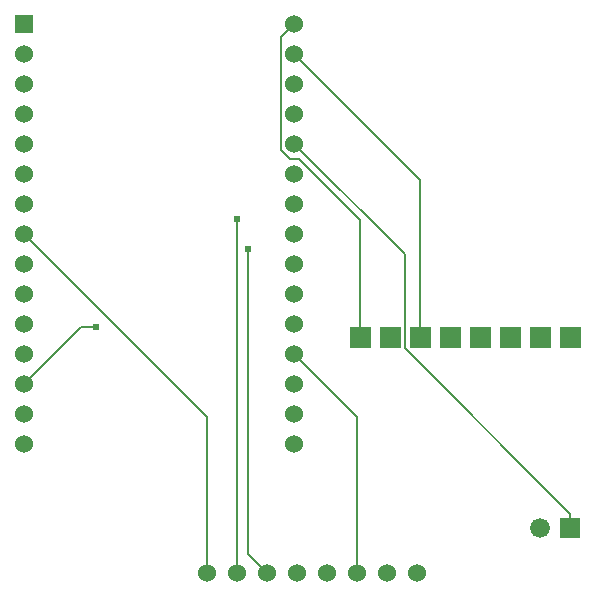
<source format=gtl>
G04 Layer: TopLayer*
G04 EasyEDA v6.1.52, Mon, 08 Jul 2019 10:21:38 GMT*
G04 5413f9b5b7f849b2b35cf240694ed7f1,988ceec4d1f441188f864a740997233d,10*
G04 Gerber Generator version 0.2*
G04 Scale: 100 percent, Rotated: No, Reflected: No *
G04 Dimensions in millimeters *
G04 leading zeros omitted , absolute positions ,3 integer and 3 decimal *
%FSLAX33Y33*%
%MOMM*%
G90*
G71D02*

%ADD11C,0.203200*%
%ADD12C,0.609999*%
%ADD15C,1.524000*%
%ADD16R,1.676400X1.676400*%
%ADD17C,1.676400*%

%LPD*%
G54D11*
G01X26670Y58928D02*
G01X37338Y48260D01*
G01X37338Y34950D01*
G01X19304Y14986D02*
G01X19304Y28194D01*
G01X3810Y43688D01*
G01X24384Y14986D02*
G01X22771Y16598D01*
G01X22771Y42418D01*
G01X21844Y14986D02*
G01X21844Y44958D01*
G01X3810Y30988D02*
G01X8608Y35786D01*
G01X9880Y35786D01*
G01X32004Y14986D02*
G01X32004Y28194D01*
G01X26670Y33528D01*
G01X50038Y18796D02*
G01X50038Y19939D01*
G01X26670Y51308D02*
G01X35991Y41986D01*
G01X35991Y33985D01*
G01X50038Y19939D01*
G01X26670Y61468D02*
G01X25549Y60347D01*
G01X25549Y50766D01*
G01X26278Y50038D01*
G01X27076Y50038D01*
G01X32258Y44853D01*
G01X32258Y34950D01*
G36*
G01X31369Y34060D02*
G01X31369Y35838D01*
G01X33147Y35838D01*
G01X33147Y34060D01*
G01X31369Y34060D01*
G37*
G36*
G01X33909Y34060D02*
G01X33909Y35838D01*
G01X35687Y35838D01*
G01X35687Y34060D01*
G01X33909Y34060D01*
G37*
G36*
G01X36449Y34060D02*
G01X36449Y35838D01*
G01X38227Y35838D01*
G01X38227Y34060D01*
G01X36449Y34060D01*
G37*
G36*
G01X38989Y34060D02*
G01X38989Y35838D01*
G01X40767Y35838D01*
G01X40767Y34060D01*
G01X38989Y34060D01*
G37*
G36*
G01X41529Y34060D02*
G01X41529Y35838D01*
G01X43307Y35838D01*
G01X43307Y34060D01*
G01X41529Y34060D01*
G37*
G36*
G01X44069Y34060D02*
G01X44069Y35838D01*
G01X45847Y35838D01*
G01X45847Y34060D01*
G01X44069Y34060D01*
G37*
G36*
G01X46609Y34060D02*
G01X46609Y35838D01*
G01X48387Y35838D01*
G01X48387Y34060D01*
G01X46609Y34060D01*
G37*
G36*
G01X49149Y34060D02*
G01X49149Y35838D01*
G01X50927Y35838D01*
G01X50927Y34060D01*
G01X49149Y34060D01*
G37*
G36*
G01X4569Y62227D02*
G01X4569Y60703D01*
G01X3045Y60703D01*
G01X3045Y62227D01*
G01X4569Y62227D01*
G37*
G54D15*
G01X3810Y58928D03*
G01X3810Y56388D03*
G01X3810Y53848D03*
G01X3810Y51308D03*
G01X3810Y48768D03*
G01X3810Y46228D03*
G01X3810Y43688D03*
G01X3810Y41148D03*
G01X3810Y38608D03*
G01X3810Y36068D03*
G01X3810Y33528D03*
G01X3810Y30988D03*
G01X3810Y28448D03*
G01X3810Y25908D03*
G01X26670Y25908D03*
G01X26670Y28448D03*
G01X26670Y30988D03*
G01X26670Y33528D03*
G01X26670Y36068D03*
G01X26670Y38608D03*
G01X26670Y41148D03*
G01X26670Y43688D03*
G01X26670Y46228D03*
G01X26670Y48768D03*
G01X26670Y51308D03*
G01X26670Y53848D03*
G01X26670Y56388D03*
G01X26670Y58928D03*
G01X26670Y61468D03*
G01X37084Y14986D03*
G01X34544Y14986D03*
G01X32004Y14986D03*
G01X29464Y14986D03*
G01X26924Y14986D03*
G01X24384Y14986D03*
G01X21844Y14986D03*
G01X19304Y14986D03*
G54D16*
G01X50038Y18796D03*
G54D17*
G01X47498Y18796D03*
G54D12*
G01X22771Y42418D03*
G01X21844Y44958D03*
G01X9880Y35786D03*
M00*
M02*

</source>
